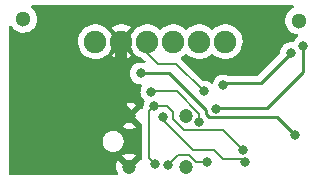
<source format=gbr>
%TF.GenerationSoftware,KiCad,Pcbnew,(6.0.9-0)*%
%TF.CreationDate,2022-11-16T11:59:38+01:00*%
%TF.ProjectId,GlowBand Dock PCB,476c6f77-4261-46e6-9420-446f636b2050,rev?*%
%TF.SameCoordinates,Original*%
%TF.FileFunction,Copper,L2,Bot*%
%TF.FilePolarity,Positive*%
%FSLAX46Y46*%
G04 Gerber Fmt 4.6, Leading zero omitted, Abs format (unit mm)*
G04 Created by KiCad (PCBNEW (6.0.9-0)) date 2022-11-16 11:59:38*
%MOMM*%
%LPD*%
G01*
G04 APERTURE LIST*
%TA.AperFunction,ComponentPad*%
%ADD10C,1.200000*%
%TD*%
%TA.AperFunction,ComponentPad*%
%ADD11C,1.900000*%
%TD*%
%TA.AperFunction,ViaPad*%
%ADD12C,1.300000*%
%TD*%
%TA.AperFunction,ViaPad*%
%ADD13C,0.800000*%
%TD*%
%TA.AperFunction,Conductor*%
%ADD14C,1.000000*%
%TD*%
%TA.AperFunction,Conductor*%
%ADD15C,0.250000*%
%TD*%
%TA.AperFunction,Conductor*%
%ADD16C,0.150000*%
%TD*%
%TA.AperFunction,Conductor*%
%ADD17C,0.200000*%
%TD*%
G04 APERTURE END LIST*
D10*
%TO.P,U2,0,EH*%
%TO.N,GND*%
X97151511Y-72981574D03*
X101951613Y-68681600D03*
X101951613Y-72981574D03*
X97151511Y-68681600D03*
%TD*%
D11*
%TO.P,P1,1*%
%TO.N,VBUS*%
X94294013Y-62392187D03*
%TO.P,P1,2*%
%TO.N,GND*%
X96494013Y-62392187D03*
%TO.P,P1,3*%
%TO.N,RXD0*%
X98694013Y-62392187D03*
%TO.P,P1,4*%
%TO.N,TXD0*%
X100894013Y-62392187D03*
%TO.P,P1,5*%
%TO.N,IO0*%
X103094013Y-62392187D03*
%TO.P,P1,6*%
%TO.N,EN*%
X105294013Y-62392187D03*
%TD*%
D12*
%TO.N,*%
X111506000Y-60604400D03*
X88188800Y-60477400D03*
D13*
%TO.N,GND*%
X88188800Y-66294000D03*
X88087200Y-62433200D03*
X94725613Y-68901187D03*
X93980000Y-67614800D03*
X90779600Y-71018400D03*
X90982800Y-60350400D03*
X101904800Y-60350400D03*
%TO.N,VBUS*%
X98129213Y-65091187D03*
X111195613Y-70334387D03*
%TO.N,RXD0*%
X103463213Y-66615187D03*
%TO.N,USB-C CC1*%
X103107613Y-69166887D03*
X99022512Y-66644886D03*
%TO.N,USB-C CC2*%
X100466013Y-72863587D03*
X103768013Y-72558787D03*
%TO.N,RTS*%
X105139613Y-66107187D03*
X110829213Y-63363987D03*
%TO.N,DTR*%
X104530013Y-68075087D03*
X111896013Y-62754387D03*
%TO.N,USB-C DATA+*%
X99348413Y-72761987D03*
X106816013Y-71593587D03*
X99277869Y-67854131D03*
%TO.N,USB-C DATA-*%
X100008813Y-68799587D03*
X106968413Y-72609587D03*
%TD*%
D14*
%TO.N,GND*%
X96494013Y-62392187D02*
X96494013Y-68024102D01*
X94945200Y-68681600D02*
X94725613Y-68901187D01*
X97151511Y-68681600D02*
X94945200Y-68681600D01*
X96494013Y-68024102D02*
X97151511Y-68681600D01*
D15*
%TO.N,VBUS*%
X98129213Y-65091187D02*
X100567613Y-65091187D01*
X103920413Y-68799587D02*
X109660813Y-68799587D01*
X109660813Y-68799587D02*
X111195613Y-70334387D01*
X103666413Y-68545587D02*
X103920413Y-68799587D01*
X103666413Y-68189987D02*
X103666413Y-68545587D01*
X100567613Y-65091187D02*
X103666413Y-68189987D01*
D16*
%TO.N,RXD0*%
X98694013Y-63369987D02*
X98694013Y-62392187D01*
X99602413Y-64278387D02*
X98694013Y-63369987D01*
X101126413Y-64278387D02*
X99602413Y-64278387D01*
X103463213Y-66615187D02*
X101126413Y-64278387D01*
%TO.N,USB-C CC1*%
X103107613Y-68494787D02*
X101228013Y-66615187D01*
X99052211Y-66615187D02*
X99022512Y-66644886D01*
X103107613Y-69166887D02*
X103107613Y-68494787D01*
X101228013Y-66615187D02*
X99052211Y-66615187D01*
%TO.N,USB-C CC2*%
X102498013Y-72253987D02*
X102802813Y-72558787D01*
X101939213Y-71999987D02*
X102244013Y-71999987D01*
X101329613Y-71999987D02*
X101939213Y-71999987D01*
X102244013Y-71999987D02*
X102498013Y-72253987D01*
X102802813Y-72558787D02*
X103768013Y-72558787D01*
X100466013Y-72863587D02*
X101329613Y-71999987D01*
D15*
%TO.N,RTS*%
X108289213Y-65903987D02*
X110829213Y-63363987D01*
X105139613Y-66107187D02*
X105342813Y-65903987D01*
X105342813Y-65903987D02*
X108289213Y-65903987D01*
%TO.N,DTR*%
X104530013Y-68075087D02*
X104567513Y-68037587D01*
X111896013Y-64938787D02*
X111896013Y-62754387D01*
X108797213Y-68037587D02*
X111896013Y-64938787D01*
X104567513Y-68037587D02*
X108797213Y-68037587D01*
D16*
%TO.N,USB-C DATA+*%
X100872413Y-68951987D02*
X100872413Y-68393187D01*
D17*
X98840413Y-72253987D02*
X98840413Y-68291587D01*
X98840413Y-68291587D02*
X99277869Y-67854131D01*
D16*
X106816013Y-71593587D02*
X105139613Y-69917187D01*
X100333357Y-67854131D02*
X99277869Y-67854131D01*
X100872413Y-68393187D02*
X100333357Y-67854131D01*
X101837613Y-69917187D02*
X100872413Y-68951987D01*
X105139613Y-69917187D02*
X101837613Y-69917187D01*
D17*
X99348413Y-72761987D02*
X98840413Y-72253987D01*
D16*
%TO.N,USB-C DATA-*%
X105088813Y-72304787D02*
X106968413Y-72304787D01*
D17*
X99976126Y-68832274D02*
X99976126Y-69020900D01*
D16*
X104377613Y-71593587D02*
X105088813Y-72304787D01*
X99976126Y-69020900D02*
X102548813Y-71593587D01*
X102548813Y-71593587D02*
X104377613Y-71593587D01*
D17*
X106968413Y-72304787D02*
X106968413Y-72609587D01*
X100008813Y-68799587D02*
X99976126Y-68832274D01*
%TD*%
%TA.AperFunction,Conductor*%
%TO.N,GND*%
G36*
X111055584Y-59320489D02*
G01*
X111102077Y-59374145D01*
X111112181Y-59444419D01*
X111082687Y-59508999D01*
X111031075Y-59544698D01*
X111005116Y-59554275D01*
X110822134Y-59663139D01*
X110662054Y-59803525D01*
X110530238Y-59970733D01*
X110527549Y-59975844D01*
X110527547Y-59975847D01*
X110483034Y-60060452D01*
X110431100Y-60159162D01*
X110429386Y-60164683D01*
X110429384Y-60164687D01*
X110396333Y-60271130D01*
X110367961Y-60362502D01*
X110342936Y-60573944D01*
X110356861Y-60786406D01*
X110358282Y-60792002D01*
X110358283Y-60792007D01*
X110405097Y-60976334D01*
X110409272Y-60992772D01*
X110411689Y-60998015D01*
X110482594Y-61151820D01*
X110498411Y-61186131D01*
X110621296Y-61360009D01*
X110773809Y-61508581D01*
X110778605Y-61511786D01*
X110778608Y-61511788D01*
X110888469Y-61585194D01*
X110950843Y-61626871D01*
X110956146Y-61629149D01*
X110956149Y-61629151D01*
X111122473Y-61700609D01*
X111146470Y-61710919D01*
X111354138Y-61757909D01*
X111354583Y-61757926D01*
X111417928Y-61785951D01*
X111457017Y-61845218D01*
X111457860Y-61916210D01*
X111420187Y-61976387D01*
X111410615Y-61984082D01*
X111284760Y-62075521D01*
X111280339Y-62080431D01*
X111280338Y-62080432D01*
X111210216Y-62158311D01*
X111156973Y-62217443D01*
X111061486Y-62382831D01*
X111060955Y-62384465D01*
X111016147Y-62437179D01*
X110948219Y-62457827D01*
X110933854Y-62457143D01*
X110931158Y-62456860D01*
X110924700Y-62455487D01*
X110733726Y-62455487D01*
X110727274Y-62456859D01*
X110727269Y-62456859D01*
X110640325Y-62475340D01*
X110546925Y-62495193D01*
X110540895Y-62497878D01*
X110540894Y-62497878D01*
X110378491Y-62570184D01*
X110378489Y-62570185D01*
X110372461Y-62572869D01*
X110217960Y-62685121D01*
X110213539Y-62690031D01*
X110213538Y-62690032D01*
X110153487Y-62756726D01*
X110090173Y-62827043D01*
X109994686Y-62992431D01*
X109935671Y-63174059D01*
X109934981Y-63180620D01*
X109934981Y-63180622D01*
X109918306Y-63339279D01*
X109891293Y-63404936D01*
X109882091Y-63415204D01*
X108063713Y-65233582D01*
X108001401Y-65267608D01*
X107974618Y-65270487D01*
X105520768Y-65270487D01*
X105469520Y-65259594D01*
X105427937Y-65241080D01*
X105427934Y-65241079D01*
X105421901Y-65238393D01*
X105380273Y-65229545D01*
X105241557Y-65200059D01*
X105241552Y-65200059D01*
X105235100Y-65198687D01*
X105044126Y-65198687D01*
X105037674Y-65200059D01*
X105037669Y-65200059D01*
X104954216Y-65217798D01*
X104857325Y-65238393D01*
X104851295Y-65241078D01*
X104851294Y-65241078D01*
X104688891Y-65313384D01*
X104688889Y-65313385D01*
X104682861Y-65316069D01*
X104528360Y-65428321D01*
X104400573Y-65570243D01*
X104397272Y-65575961D01*
X104311405Y-65724687D01*
X104305086Y-65735631D01*
X104275090Y-65827950D01*
X104261878Y-65868611D01*
X104221804Y-65927217D01*
X104156408Y-65954854D01*
X104086451Y-65942747D01*
X104067984Y-65931611D01*
X103925307Y-65827950D01*
X103925306Y-65827949D01*
X103919965Y-65824069D01*
X103913937Y-65821385D01*
X103913935Y-65821384D01*
X103751532Y-65749078D01*
X103751531Y-65749078D01*
X103745501Y-65746393D01*
X103643383Y-65724687D01*
X103565157Y-65708059D01*
X103565152Y-65708059D01*
X103558700Y-65706687D01*
X103432096Y-65706687D01*
X103363975Y-65686685D01*
X103343001Y-65669782D01*
X101571895Y-63898676D01*
X101561033Y-63886292D01*
X101545062Y-63865478D01*
X101519464Y-63799259D01*
X101533730Y-63729710D01*
X101589592Y-63675628D01*
X101643387Y-63649274D01*
X101647592Y-63646274D01*
X101647598Y-63646271D01*
X101749261Y-63573755D01*
X101838640Y-63510002D01*
X101902119Y-63446745D01*
X101964490Y-63412829D01*
X102035296Y-63418017D01*
X102071543Y-63439052D01*
X102144629Y-63499729D01*
X102254584Y-63591015D01*
X102461656Y-63712018D01*
X102685710Y-63797576D01*
X102690776Y-63798607D01*
X102690777Y-63798607D01*
X102744948Y-63809628D01*
X102920729Y-63845391D01*
X103056277Y-63850361D01*
X103155238Y-63853990D01*
X103155242Y-63853990D01*
X103160402Y-63854179D01*
X103165522Y-63853523D01*
X103165524Y-63853523D01*
X103393164Y-63824362D01*
X103393165Y-63824362D01*
X103398292Y-63823705D01*
X103445213Y-63809628D01*
X103623055Y-63756273D01*
X103623060Y-63756271D01*
X103628010Y-63754786D01*
X103843387Y-63649274D01*
X103847592Y-63646274D01*
X103847598Y-63646271D01*
X103949261Y-63573755D01*
X104038640Y-63510002D01*
X104102119Y-63446745D01*
X104164490Y-63412829D01*
X104235296Y-63418017D01*
X104271543Y-63439052D01*
X104344629Y-63499729D01*
X104454584Y-63591015D01*
X104661656Y-63712018D01*
X104885710Y-63797576D01*
X104890776Y-63798607D01*
X104890777Y-63798607D01*
X104944948Y-63809628D01*
X105120729Y-63845391D01*
X105256277Y-63850361D01*
X105355238Y-63853990D01*
X105355242Y-63853990D01*
X105360402Y-63854179D01*
X105365522Y-63853523D01*
X105365524Y-63853523D01*
X105593164Y-63824362D01*
X105593165Y-63824362D01*
X105598292Y-63823705D01*
X105645213Y-63809628D01*
X105823055Y-63756273D01*
X105823060Y-63756271D01*
X105828010Y-63754786D01*
X106043387Y-63649274D01*
X106047592Y-63646274D01*
X106047598Y-63646271D01*
X106149261Y-63573755D01*
X106238640Y-63510002D01*
X106408524Y-63340710D01*
X106548476Y-63145945D01*
X106592704Y-63056458D01*
X106652446Y-62935579D01*
X106652447Y-62935577D01*
X106654740Y-62930937D01*
X106724460Y-62701461D01*
X106755765Y-62463679D01*
X106757512Y-62392187D01*
X106751014Y-62313157D01*
X106738284Y-62158311D01*
X106738283Y-62158305D01*
X106737860Y-62153160D01*
X106679433Y-61920551D01*
X106677377Y-61915821D01*
X106677374Y-61915814D01*
X106585860Y-61705346D01*
X106585858Y-61705343D01*
X106583800Y-61700609D01*
X106566587Y-61674001D01*
X106456338Y-61503583D01*
X106456336Y-61503580D01*
X106453528Y-61499240D01*
X106424593Y-61467440D01*
X106295595Y-61325674D01*
X106295593Y-61325672D01*
X106292117Y-61321852D01*
X106288066Y-61318653D01*
X106288062Y-61318649D01*
X106134262Y-61197186D01*
X106103901Y-61173208D01*
X105893935Y-61057300D01*
X105757859Y-61009113D01*
X105672733Y-60978968D01*
X105672729Y-60978967D01*
X105667858Y-60977242D01*
X105662765Y-60976335D01*
X105662762Y-60976334D01*
X105436829Y-60936089D01*
X105436823Y-60936088D01*
X105431740Y-60935183D01*
X105344473Y-60934117D01*
X105197094Y-60932316D01*
X105197092Y-60932316D01*
X105191924Y-60932253D01*
X104954850Y-60968530D01*
X104726884Y-61043041D01*
X104514149Y-61153784D01*
X104510016Y-61156887D01*
X104510013Y-61156889D01*
X104361050Y-61268734D01*
X104322358Y-61297785D01*
X104318786Y-61301523D01*
X104286551Y-61335255D01*
X104225027Y-61370685D01*
X104154114Y-61367228D01*
X104102263Y-61333002D01*
X104092117Y-61321852D01*
X104088066Y-61318653D01*
X104088062Y-61318649D01*
X103934262Y-61197186D01*
X103903901Y-61173208D01*
X103693935Y-61057300D01*
X103557859Y-61009113D01*
X103472733Y-60978968D01*
X103472729Y-60978967D01*
X103467858Y-60977242D01*
X103462765Y-60976335D01*
X103462762Y-60976334D01*
X103236829Y-60936089D01*
X103236823Y-60936088D01*
X103231740Y-60935183D01*
X103144473Y-60934117D01*
X102997094Y-60932316D01*
X102997092Y-60932316D01*
X102991924Y-60932253D01*
X102754850Y-60968530D01*
X102526884Y-61043041D01*
X102314149Y-61153784D01*
X102310016Y-61156887D01*
X102310013Y-61156889D01*
X102161050Y-61268734D01*
X102122358Y-61297785D01*
X102118786Y-61301523D01*
X102086551Y-61335255D01*
X102025027Y-61370685D01*
X101954114Y-61367228D01*
X101902263Y-61333002D01*
X101892117Y-61321852D01*
X101888066Y-61318653D01*
X101888062Y-61318649D01*
X101734262Y-61197186D01*
X101703901Y-61173208D01*
X101493935Y-61057300D01*
X101357859Y-61009113D01*
X101272733Y-60978968D01*
X101272729Y-60978967D01*
X101267858Y-60977242D01*
X101262765Y-60976335D01*
X101262762Y-60976334D01*
X101036829Y-60936089D01*
X101036823Y-60936088D01*
X101031740Y-60935183D01*
X100944473Y-60934117D01*
X100797094Y-60932316D01*
X100797092Y-60932316D01*
X100791924Y-60932253D01*
X100554850Y-60968530D01*
X100326884Y-61043041D01*
X100114149Y-61153784D01*
X100110016Y-61156887D01*
X100110013Y-61156889D01*
X99961050Y-61268734D01*
X99922358Y-61297785D01*
X99918786Y-61301523D01*
X99886551Y-61335255D01*
X99825027Y-61370685D01*
X99754114Y-61367228D01*
X99702263Y-61333002D01*
X99692117Y-61321852D01*
X99688066Y-61318653D01*
X99688062Y-61318649D01*
X99534262Y-61197186D01*
X99503901Y-61173208D01*
X99293935Y-61057300D01*
X99157859Y-61009113D01*
X99072733Y-60978968D01*
X99072729Y-60978967D01*
X99067858Y-60977242D01*
X99062765Y-60976335D01*
X99062762Y-60976334D01*
X98836829Y-60936089D01*
X98836823Y-60936088D01*
X98831740Y-60935183D01*
X98744473Y-60934117D01*
X98597094Y-60932316D01*
X98597092Y-60932316D01*
X98591924Y-60932253D01*
X98354850Y-60968530D01*
X98126884Y-61043041D01*
X97914149Y-61153784D01*
X97910016Y-61156887D01*
X97910013Y-61156889D01*
X97761050Y-61268734D01*
X97722358Y-61297785D01*
X97718786Y-61301523D01*
X97590048Y-61436240D01*
X97556661Y-61471177D01*
X97553747Y-61475449D01*
X97553746Y-61475450D01*
X97509525Y-61540276D01*
X97421508Y-61669304D01*
X97406977Y-61700609D01*
X97322706Y-61882152D01*
X97322704Y-61882157D01*
X97320529Y-61886843D01*
X97319147Y-61891827D01*
X97314797Y-61907512D01*
X97282475Y-61962935D01*
X96866035Y-62379375D01*
X96858421Y-62393319D01*
X96858552Y-62395152D01*
X96862803Y-62401767D01*
X97283957Y-62822921D01*
X97311604Y-62864611D01*
X97385765Y-63047246D01*
X97385769Y-63047254D01*
X97387715Y-63052046D01*
X97390415Y-63056452D01*
X97390418Y-63056458D01*
X97456590Y-63164441D01*
X97513027Y-63256538D01*
X97670056Y-63437817D01*
X97854584Y-63591015D01*
X98061656Y-63712018D01*
X98277892Y-63794591D01*
X98322037Y-63823205D01*
X98504048Y-64005216D01*
X98538074Y-64067528D01*
X98533009Y-64138343D01*
X98490462Y-64195179D01*
X98423942Y-64219990D01*
X98388756Y-64217558D01*
X98231157Y-64184059D01*
X98231152Y-64184059D01*
X98224700Y-64182687D01*
X98033726Y-64182687D01*
X98027274Y-64184059D01*
X98027269Y-64184059D01*
X97940325Y-64202540D01*
X97846925Y-64222393D01*
X97840895Y-64225078D01*
X97840894Y-64225078D01*
X97678491Y-64297384D01*
X97678489Y-64297385D01*
X97672461Y-64300069D01*
X97517960Y-64412321D01*
X97390173Y-64554243D01*
X97386872Y-64559961D01*
X97310458Y-64692314D01*
X97294686Y-64719631D01*
X97235671Y-64901259D01*
X97234981Y-64907820D01*
X97234981Y-64907822D01*
X97226486Y-64988645D01*
X97215709Y-65091187D01*
X97216399Y-65097752D01*
X97234182Y-65266944D01*
X97235671Y-65281115D01*
X97294686Y-65462743D01*
X97390173Y-65628131D01*
X97517960Y-65770053D01*
X97672461Y-65882305D01*
X97678489Y-65884989D01*
X97678491Y-65884990D01*
X97840894Y-65957296D01*
X97846925Y-65959981D01*
X97940325Y-65979834D01*
X98027269Y-65998315D01*
X98027274Y-65998315D01*
X98033726Y-65999687D01*
X98127735Y-65999687D01*
X98195856Y-66019689D01*
X98242349Y-66073345D01*
X98252453Y-66143619D01*
X98236854Y-66188686D01*
X98187985Y-66273330D01*
X98128970Y-66454958D01*
X98128280Y-66461519D01*
X98128280Y-66461521D01*
X98118824Y-66551494D01*
X98109008Y-66644886D01*
X98109698Y-66651451D01*
X98125849Y-66805115D01*
X98128970Y-66834814D01*
X98187985Y-67016442D01*
X98283472Y-67181830D01*
X98287890Y-67186737D01*
X98287891Y-67186738D01*
X98373021Y-67281284D01*
X98411259Y-67323752D01*
X98416601Y-67327633D01*
X98417447Y-67328395D01*
X98454683Y-67388843D01*
X98453327Y-67459827D01*
X98448238Y-67473275D01*
X98446643Y-67476858D01*
X98443342Y-67482575D01*
X98441303Y-67488851D01*
X98441301Y-67488855D01*
X98414169Y-67572359D01*
X98384327Y-67664203D01*
X98383637Y-67670764D01*
X98383637Y-67670766D01*
X98375450Y-67748664D01*
X98364365Y-67854131D01*
X98365055Y-67860696D01*
X98365055Y-67867302D01*
X98362326Y-67867302D01*
X98351714Y-67925262D01*
X98339154Y-67945269D01*
X98308889Y-67984711D01*
X98305730Y-67992339D01*
X98305727Y-67992343D01*
X98283711Y-68045496D01*
X98239163Y-68100778D01*
X98171800Y-68123199D01*
X98103009Y-68105641D01*
X98096697Y-68101418D01*
X98083960Y-68108362D01*
X97523532Y-68668789D01*
X97515919Y-68682732D01*
X97516050Y-68684566D01*
X97520301Y-68691180D01*
X98081750Y-69252628D01*
X98095687Y-69260238D01*
X98096923Y-69260150D01*
X98166297Y-69275241D01*
X98216500Y-69325443D01*
X98231913Y-69385829D01*
X98231913Y-72205851D01*
X98230835Y-72222294D01*
X98226663Y-72253987D01*
X98227741Y-72262176D01*
X98227741Y-72270432D01*
X98225322Y-72270432D01*
X98216278Y-72328394D01*
X98169145Y-72381488D01*
X98100789Y-72400672D01*
X98098217Y-72400563D01*
X98083960Y-72408336D01*
X97240606Y-73251689D01*
X97178294Y-73285714D01*
X97107478Y-73280649D01*
X97062416Y-73251689D01*
X96220049Y-72409323D01*
X96207674Y-72402566D01*
X96201708Y-72407032D01*
X96126156Y-72550632D01*
X96121753Y-72561265D01*
X96064792Y-72744706D01*
X96062402Y-72755950D01*
X96039824Y-72946711D01*
X96039523Y-72958212D01*
X96052086Y-73149878D01*
X96053887Y-73161248D01*
X96101168Y-73347417D01*
X96105009Y-73358264D01*
X96185424Y-73532699D01*
X96188305Y-73537688D01*
X96205042Y-73606684D01*
X96181821Y-73673775D01*
X96126013Y-73717662D01*
X96079185Y-73726687D01*
X87079713Y-73726687D01*
X87011592Y-73706685D01*
X86965099Y-73653029D01*
X86953713Y-73600687D01*
X86953713Y-72040249D01*
X96574299Y-72040249D01*
X96577786Y-72048638D01*
X97138700Y-72609553D01*
X97152643Y-72617166D01*
X97154477Y-72617035D01*
X97161091Y-72612784D01*
X97721796Y-72052078D01*
X97728553Y-72039703D01*
X97722523Y-72031647D01*
X97661572Y-71993190D01*
X97651324Y-71987969D01*
X97472912Y-71916790D01*
X97461884Y-71913523D01*
X97273493Y-71876050D01*
X97262046Y-71874847D01*
X97069988Y-71872333D01*
X97058508Y-71873236D01*
X96869208Y-71905764D01*
X96858088Y-71908744D01*
X96677876Y-71975227D01*
X96667502Y-71980175D01*
X96583896Y-72029916D01*
X96574299Y-72040249D01*
X86953713Y-72040249D01*
X86953713Y-70924574D01*
X94917993Y-70924574D01*
X94919365Y-70931027D01*
X94919365Y-70931031D01*
X94933475Y-70997411D01*
X94956606Y-71106236D01*
X94959291Y-71112266D01*
X94959291Y-71112267D01*
X95017447Y-71242887D01*
X95032145Y-71275900D01*
X95036025Y-71281241D01*
X95036026Y-71281242D01*
X95120406Y-71397381D01*
X95141309Y-71426152D01*
X95146219Y-71430573D01*
X95146220Y-71430574D01*
X95191317Y-71471179D01*
X95279326Y-71550423D01*
X95328484Y-71578804D01*
X95400309Y-71620272D01*
X95440165Y-71643283D01*
X95446451Y-71645325D01*
X95446450Y-71645325D01*
X95610517Y-71698634D01*
X95610519Y-71698634D01*
X95616796Y-71700674D01*
X95623359Y-71701364D01*
X95623360Y-71701364D01*
X95647556Y-71703907D01*
X95755192Y-71715220D01*
X95847806Y-71715220D01*
X95955442Y-71703907D01*
X95979638Y-71701364D01*
X95979639Y-71701364D01*
X95986202Y-71700674D01*
X95992479Y-71698634D01*
X95992481Y-71698634D01*
X96156548Y-71645325D01*
X96156547Y-71645325D01*
X96162833Y-71643283D01*
X96202690Y-71620272D01*
X96274514Y-71578804D01*
X96323672Y-71550423D01*
X96411682Y-71471179D01*
X96456778Y-71430574D01*
X96456779Y-71430573D01*
X96461689Y-71426152D01*
X96472370Y-71411452D01*
X96566972Y-71281243D01*
X96566973Y-71281242D01*
X96570853Y-71275901D01*
X96574172Y-71268448D01*
X96643705Y-71112272D01*
X96643707Y-71112267D01*
X96646392Y-71106236D01*
X96669523Y-70997411D01*
X96683633Y-70931031D01*
X96683633Y-70931027D01*
X96685005Y-70924574D01*
X96685005Y-70738854D01*
X96683075Y-70729770D01*
X96662794Y-70634359D01*
X96646392Y-70557192D01*
X96643705Y-70551156D01*
X96573538Y-70393558D01*
X96573537Y-70393556D01*
X96570853Y-70387528D01*
X96461689Y-70237276D01*
X96323672Y-70113005D01*
X96162833Y-70020145D01*
X96088372Y-69995951D01*
X95992481Y-69964794D01*
X95992479Y-69964794D01*
X95986202Y-69962754D01*
X95979639Y-69962064D01*
X95979638Y-69962064D01*
X95955442Y-69959521D01*
X95847806Y-69948208D01*
X95755192Y-69948208D01*
X95647556Y-69959521D01*
X95623360Y-69962064D01*
X95623359Y-69962064D01*
X95616796Y-69962754D01*
X95610519Y-69964794D01*
X95610517Y-69964794D01*
X95514626Y-69995951D01*
X95440165Y-70020145D01*
X95279326Y-70113005D01*
X95141309Y-70237276D01*
X95137428Y-70242618D01*
X95137426Y-70242620D01*
X95065984Y-70340952D01*
X95032145Y-70387527D01*
X95029461Y-70393556D01*
X95029459Y-70393559D01*
X94959293Y-70551156D01*
X94956606Y-70557192D01*
X94955234Y-70563649D01*
X94955233Y-70563652D01*
X94919924Y-70729770D01*
X94917993Y-70738854D01*
X94917993Y-70924574D01*
X86953713Y-70924574D01*
X86953713Y-69622894D01*
X96574577Y-69622894D01*
X96584459Y-69635383D01*
X96615750Y-69656291D01*
X96625860Y-69661781D01*
X96802346Y-69737605D01*
X96813289Y-69741160D01*
X97000631Y-69783552D01*
X97012041Y-69785054D01*
X97203980Y-69792595D01*
X97215462Y-69791993D01*
X97405556Y-69764432D01*
X97416751Y-69761744D01*
X97598642Y-69700000D01*
X97609139Y-69695326D01*
X97719543Y-69633498D01*
X97729406Y-69623421D01*
X97726451Y-69615751D01*
X97164322Y-69053621D01*
X97150379Y-69046008D01*
X97148545Y-69046139D01*
X97141931Y-69050390D01*
X96580770Y-69611552D01*
X96574577Y-69622894D01*
X86953713Y-69622894D01*
X86953713Y-68658238D01*
X96039523Y-68658238D01*
X96052086Y-68849904D01*
X96053887Y-68861274D01*
X96101168Y-69047443D01*
X96105009Y-69058290D01*
X96185427Y-69232730D01*
X96191175Y-69242686D01*
X96197299Y-69251351D01*
X96207888Y-69259740D01*
X96221187Y-69252713D01*
X96779490Y-68694411D01*
X96787103Y-68680468D01*
X96786972Y-68678634D01*
X96782721Y-68672020D01*
X96220049Y-68109349D01*
X96207674Y-68102592D01*
X96201708Y-68107058D01*
X96126156Y-68250658D01*
X96121753Y-68261291D01*
X96064792Y-68444732D01*
X96062402Y-68455976D01*
X96039824Y-68646737D01*
X96039523Y-68658238D01*
X86953713Y-68658238D01*
X86953713Y-67740275D01*
X96574299Y-67740275D01*
X96577786Y-67748664D01*
X97138700Y-68309579D01*
X97152643Y-68317192D01*
X97154477Y-68317061D01*
X97161091Y-68312810D01*
X97721796Y-67752104D01*
X97728553Y-67739729D01*
X97722523Y-67731673D01*
X97661572Y-67693216D01*
X97651324Y-67687995D01*
X97472912Y-67616816D01*
X97461884Y-67613549D01*
X97273493Y-67576076D01*
X97262046Y-67574873D01*
X97069988Y-67572359D01*
X97058508Y-67573262D01*
X96869208Y-67605790D01*
X96858088Y-67608770D01*
X96677876Y-67675253D01*
X96667502Y-67680201D01*
X96583896Y-67729942D01*
X96574299Y-67740275D01*
X86953713Y-67740275D01*
X86953713Y-62356431D01*
X92830951Y-62356431D01*
X92831248Y-62361583D01*
X92831248Y-62361587D01*
X92833207Y-62395552D01*
X92844757Y-62595867D01*
X92845892Y-62600904D01*
X92845893Y-62600910D01*
X92867398Y-62696334D01*
X92897483Y-62829833D01*
X92987715Y-63052046D01*
X93113027Y-63256538D01*
X93270056Y-63437817D01*
X93454584Y-63591015D01*
X93661656Y-63712018D01*
X93885710Y-63797576D01*
X93890776Y-63798607D01*
X93890777Y-63798607D01*
X93944948Y-63809628D01*
X94120729Y-63845391D01*
X94256277Y-63850361D01*
X94355238Y-63853990D01*
X94355242Y-63853990D01*
X94360402Y-63854179D01*
X94365522Y-63853523D01*
X94365524Y-63853523D01*
X94593164Y-63824362D01*
X94593165Y-63824362D01*
X94598292Y-63823705D01*
X94645213Y-63809628D01*
X94823055Y-63756273D01*
X94823060Y-63756271D01*
X94828010Y-63754786D01*
X95043387Y-63649274D01*
X95047592Y-63646274D01*
X95047598Y-63646271D01*
X95124963Y-63591087D01*
X95660371Y-63591087D01*
X95663674Y-63595747D01*
X95857412Y-63708958D01*
X95866699Y-63713408D01*
X96081019Y-63795249D01*
X96090921Y-63798126D01*
X96315712Y-63843860D01*
X96325964Y-63845083D01*
X96555215Y-63853489D01*
X96565501Y-63853022D01*
X96793056Y-63823871D01*
X96803142Y-63821728D01*
X97022877Y-63755804D01*
X97032472Y-63752043D01*
X97238479Y-63651122D01*
X97247345Y-63645837D01*
X97314958Y-63597608D01*
X97323359Y-63586908D01*
X97316371Y-63573755D01*
X96506825Y-62764209D01*
X96492881Y-62756595D01*
X96491048Y-62756726D01*
X96484433Y-62760977D01*
X95667648Y-63577762D01*
X95660371Y-63591087D01*
X95124963Y-63591087D01*
X95149261Y-63573755D01*
X95238640Y-63510002D01*
X95408524Y-63340710D01*
X95548476Y-63145945D01*
X95592704Y-63056458D01*
X95652446Y-62935579D01*
X95652447Y-62935577D01*
X95654740Y-62930937D01*
X95656247Y-62925978D01*
X95671187Y-62876806D01*
X95702650Y-62824340D01*
X96121991Y-62404999D01*
X96129605Y-62391055D01*
X96129474Y-62389222D01*
X96125223Y-62382607D01*
X95707884Y-61965268D01*
X95679919Y-61920340D01*
X95679433Y-61920551D01*
X95678001Y-61917258D01*
X95666939Y-61891817D01*
X95585860Y-61705346D01*
X95585858Y-61705343D01*
X95583800Y-61700609D01*
X95566587Y-61674001D01*
X95456338Y-61503583D01*
X95456336Y-61503580D01*
X95453528Y-61499240D01*
X95424593Y-61467440D01*
X95295595Y-61325674D01*
X95295593Y-61325672D01*
X95292117Y-61321852D01*
X95288066Y-61318653D01*
X95288062Y-61318649D01*
X95134262Y-61197186D01*
X95663808Y-61197186D01*
X95670553Y-61209517D01*
X96481201Y-62020165D01*
X96495145Y-62027779D01*
X96496978Y-62027648D01*
X96503593Y-62023397D01*
X97318603Y-61208387D01*
X97325624Y-61195530D01*
X97317851Y-61184863D01*
X97307680Y-61176830D01*
X97299096Y-61171127D01*
X97098263Y-61060261D01*
X97088851Y-61056031D01*
X96872604Y-60979453D01*
X96862633Y-60976819D01*
X96636782Y-60936589D01*
X96626529Y-60935620D01*
X96397129Y-60932817D01*
X96386845Y-60933537D01*
X96160080Y-60968237D01*
X96150052Y-60970626D01*
X95931997Y-61041897D01*
X95922488Y-61045894D01*
X95719006Y-61151820D01*
X95710281Y-61157314D01*
X95672261Y-61185861D01*
X95663808Y-61197186D01*
X95134262Y-61197186D01*
X95103901Y-61173208D01*
X94893935Y-61057300D01*
X94757859Y-61009113D01*
X94672733Y-60978968D01*
X94672729Y-60978967D01*
X94667858Y-60977242D01*
X94662765Y-60976335D01*
X94662762Y-60976334D01*
X94436829Y-60936089D01*
X94436823Y-60936088D01*
X94431740Y-60935183D01*
X94344473Y-60934117D01*
X94197094Y-60932316D01*
X94197092Y-60932316D01*
X94191924Y-60932253D01*
X93954850Y-60968530D01*
X93726884Y-61043041D01*
X93514149Y-61153784D01*
X93510016Y-61156887D01*
X93510013Y-61156889D01*
X93361050Y-61268734D01*
X93322358Y-61297785D01*
X93318786Y-61301523D01*
X93190048Y-61436240D01*
X93156661Y-61471177D01*
X93153747Y-61475449D01*
X93153746Y-61475450D01*
X93109525Y-61540276D01*
X93021508Y-61669304D01*
X93006977Y-61700609D01*
X92922707Y-61882152D01*
X92920529Y-61886843D01*
X92856437Y-62117955D01*
X92830951Y-62356431D01*
X86953713Y-62356431D01*
X86953713Y-61133831D01*
X86973715Y-61065710D01*
X87027371Y-61019217D01*
X87097645Y-61009113D01*
X87162225Y-61038607D01*
X87182610Y-61061111D01*
X87194280Y-61077623D01*
X87304096Y-61233009D01*
X87308230Y-61237036D01*
X87438599Y-61364036D01*
X87456609Y-61381581D01*
X87461405Y-61384786D01*
X87461408Y-61384788D01*
X87532888Y-61432549D01*
X87633643Y-61499871D01*
X87638946Y-61502149D01*
X87638949Y-61502151D01*
X87823963Y-61581639D01*
X87829270Y-61583919D01*
X87905116Y-61601081D01*
X88031301Y-61629634D01*
X88031306Y-61629635D01*
X88036938Y-61630909D01*
X88042709Y-61631136D01*
X88042711Y-61631136D01*
X88104052Y-61633546D01*
X88249691Y-61639269D01*
X88255400Y-61638441D01*
X88255404Y-61638441D01*
X88454690Y-61609545D01*
X88454694Y-61609544D01*
X88460405Y-61608716D01*
X88662023Y-61540276D01*
X88847793Y-61436240D01*
X89011493Y-61300093D01*
X89147640Y-61136393D01*
X89251676Y-60950623D01*
X89320116Y-60749005D01*
X89332255Y-60665291D01*
X89350137Y-60541961D01*
X89350137Y-60541959D01*
X89350669Y-60538291D01*
X89352263Y-60477400D01*
X89332781Y-60265376D01*
X89274986Y-60060452D01*
X89256769Y-60023510D01*
X89183370Y-59874673D01*
X89180815Y-59869492D01*
X89148736Y-59826532D01*
X89056874Y-59703514D01*
X89053422Y-59698891D01*
X88897071Y-59554363D01*
X88879881Y-59543517D01*
X88863291Y-59533049D01*
X88816353Y-59479783D01*
X88805663Y-59409595D01*
X88834617Y-59344771D01*
X88894021Y-59305891D01*
X88930526Y-59300487D01*
X110987463Y-59300487D01*
X111055584Y-59320489D01*
G37*
%TD.AperFunction*%
%TD*%
M02*

</source>
